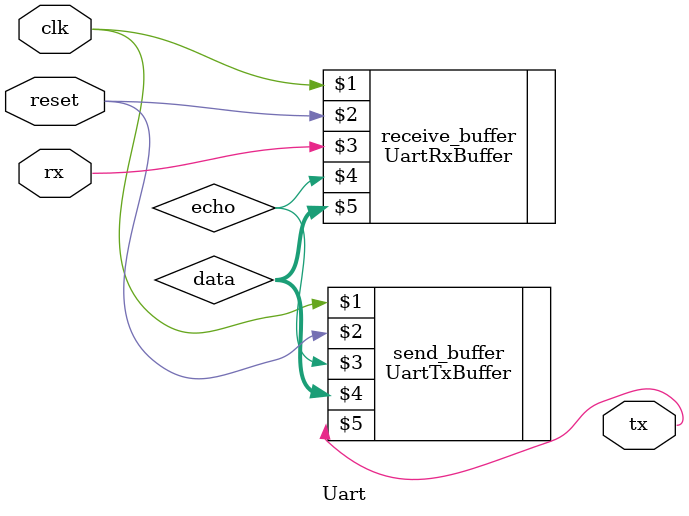
<source format=sv>
module Uart (
    input clk,
    input reset,
    input rx,
    output tx
);

  logic [7:0] data;
  logic echo;

  UartRxBuffer receive_buffer(clk, reset, rx, echo, data);
  UartTxBuffer send_buffer(clk, reset, echo, data, tx);

endmodule

</source>
